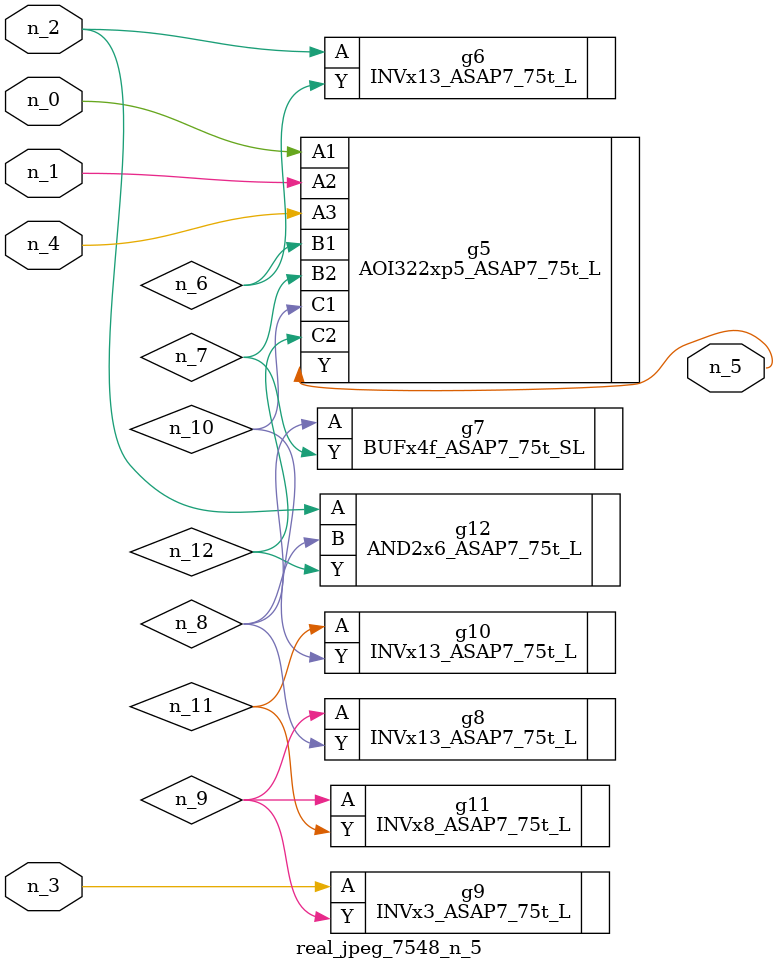
<source format=v>
module real_jpeg_7548_n_5 (n_4, n_0, n_1, n_2, n_3, n_5);

input n_4;
input n_0;
input n_1;
input n_2;
input n_3;

output n_5;

wire n_12;
wire n_8;
wire n_11;
wire n_6;
wire n_7;
wire n_10;
wire n_9;

AOI322xp5_ASAP7_75t_L g5 ( 
.A1(n_0),
.A2(n_1),
.A3(n_4),
.B1(n_6),
.B2(n_7),
.C1(n_10),
.C2(n_12),
.Y(n_5)
);

INVx13_ASAP7_75t_L g6 ( 
.A(n_2),
.Y(n_6)
);

AND2x6_ASAP7_75t_L g12 ( 
.A(n_2),
.B(n_8),
.Y(n_12)
);

INVx3_ASAP7_75t_L g9 ( 
.A(n_3),
.Y(n_9)
);

BUFx4f_ASAP7_75t_SL g7 ( 
.A(n_8),
.Y(n_7)
);

INVx13_ASAP7_75t_L g8 ( 
.A(n_9),
.Y(n_8)
);

INVx8_ASAP7_75t_L g11 ( 
.A(n_9),
.Y(n_11)
);

INVx13_ASAP7_75t_L g10 ( 
.A(n_11),
.Y(n_10)
);


endmodule
</source>
